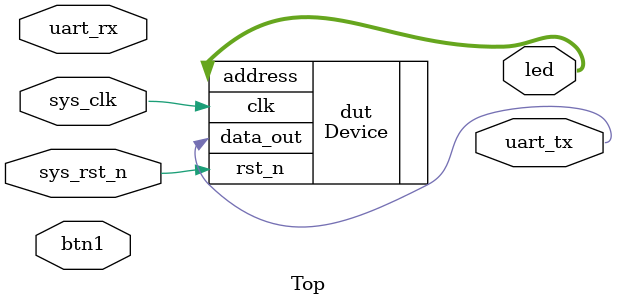
<source format=sv>
`timescale 100ps / 100ps
`default_nettype none

module Top (
    input wire sys_clk,  // 27 MHz
    input wire sys_rst_n,
    output reg [5:0] led,
    input wire uart_rx,
    output wire uart_tx,
    input wire btn1
);

  Device dut (
      .clk(sys_clk),
      .rst_n(sys_rst_n),
      .address(led),
      .data_out(uart_tx)
  );

endmodule
</source>
